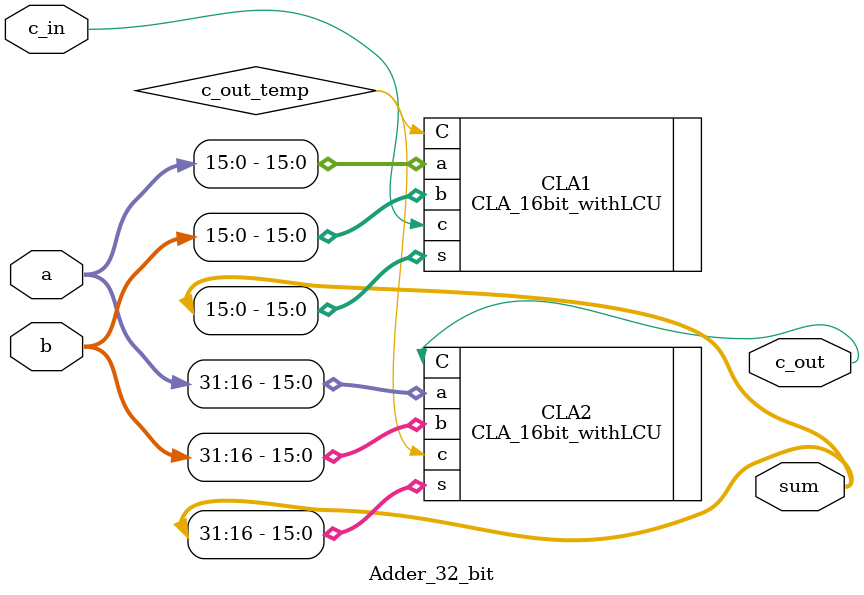
<source format=v>
`timescale 1ns/1ps

module Adder_32_bit(
    input [31:0]a,
    input [31:0]b,
    input c_in,
    output [31:0]sum,
    output c_out
);
    wire c_out_temp;

    CLA_16bit_withLCU CLA1(.a(a[15:0]),.b(b[15:0]),.c(c_in),.s(sum[15:0]),.C(c_out_temp));
    CLA_16bit_withLCU CLA2(.a(a[31:16]),.b(b[31:16]),.c(c_out_temp),.s(sum[31:16]),.C(c_out));

endmodule
</source>
